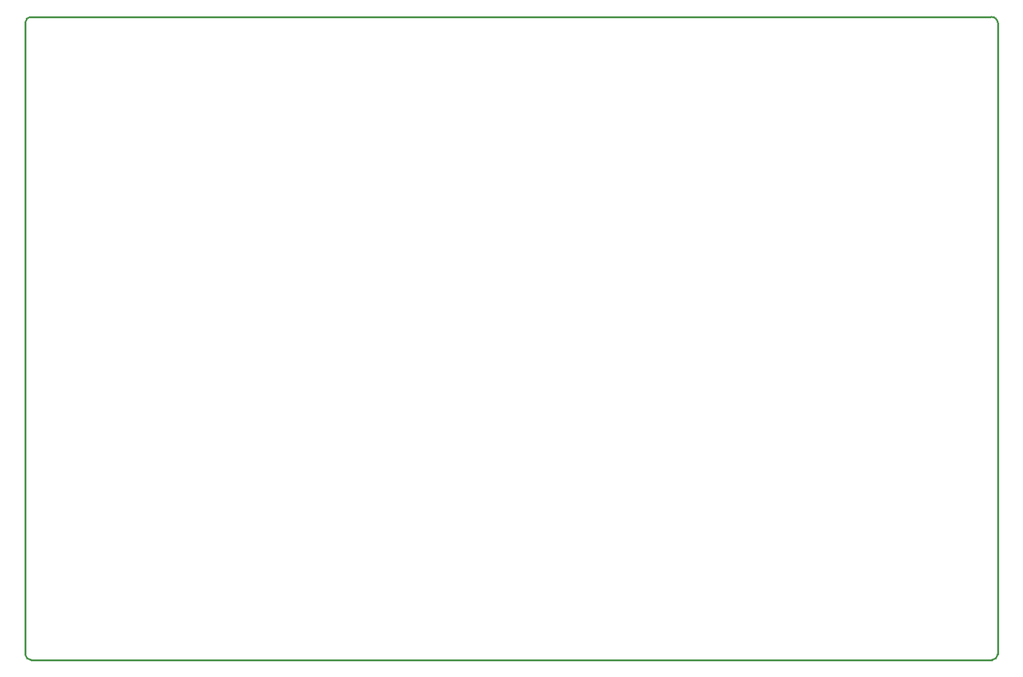
<source format=gm1>
G04*
G04 #@! TF.GenerationSoftware,Altium Limited,Altium Designer,19.1.8 (144)*
G04*
G04 Layer_Color=16711935*
%FSLAX44Y44*%
%MOMM*%
G71*
G01*
G75*
%ADD13C,0.2540*%
D13*
X1301750Y0D02*
G03*
X1309370Y7620I0J7620D01*
G01*
Y858520D02*
G03*
X1300480Y866140I-8255J-635D01*
G01*
X7620D02*
G03*
X0Y858520I0J-7620D01*
G01*
Y7620D02*
G03*
X7620Y0I7620J0D01*
G01*
X1301750D01*
X1309370Y7620D02*
Y852170D01*
Y858520D01*
X7620Y866140D02*
X1300480D01*
X0Y7620D02*
Y858520D01*
X1301750Y0D02*
G03*
X1309370Y7620I0J7620D01*
G01*
Y858520D02*
G03*
X1300480Y866140I-8255J-635D01*
G01*
X7620D02*
G03*
X0Y858520I0J-7620D01*
G01*
Y7620D02*
G03*
X7620Y0I7620J0D01*
G01*
X1301750D01*
X1309370Y7620D02*
Y852170D01*
Y858520D01*
X7620Y866140D02*
X1300480D01*
X0Y7620D02*
Y858520D01*
M02*

</source>
